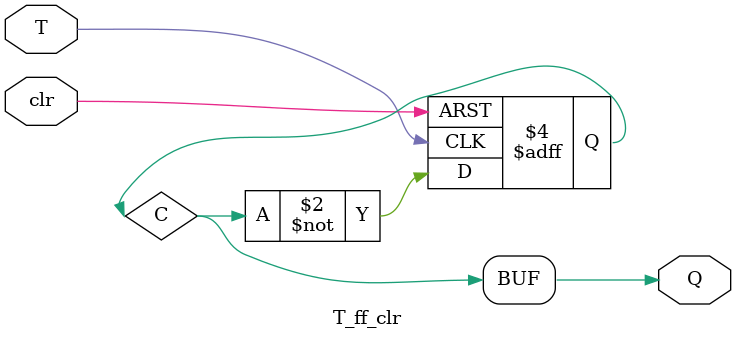
<source format=v>
module
T_ff_clr( input T, input clr, output Q);

reg C=0;

always @(posedge T or posedge clr ) 
	if (clr) C <= 1'b0;
		else C <= ~C;
			

assign Q = C;
endmodule
</source>
